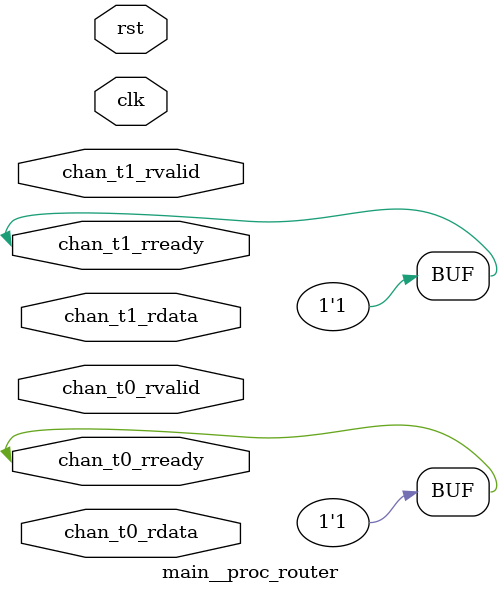
<source format=sv>
module main(
  input clk,
        rst
);

  wire [31:0] chan_t0_wdata;
  wire        chan_t0_wvalid;
  wire        chan_t0_wready;
  wire [31:0] chan_t0_rdata;
  wire        chan_t0_rvalid;
  wire        chan_t0_rready;
  wire [31:0] chan_t1_wdata;
  wire        chan_t1_wvalid;
  wire        chan_t1_wready;
  wire [31:0] chan_t1_rdata;
  wire        chan_t1_rvalid;
  wire        chan_t1_rready;
  wire [31:0] chan_t2_wdata;
  wire        chan_t2_wvalid;
  wire        chan_t2_wready;
  wire [31:0] chan_t2_rdata;
  wire        chan_t2_rvalid;
  wire        chan_t2_rready;
  wire [31:0] chan_t3_wdata;
  wire        chan_t3_wvalid;
  wire        chan_t3_wready;
  wire [31:0] chan_t3_rdata;
  wire        chan_t3_rvalid;
  wire        chan_t3_rready;
  wire        chan_t4_wdata;
  wire        chan_t4_wvalid;
  wire        chan_t4_wready;
  wire        chan_t4_rdata;
  wire        chan_t4_rvalid;
  wire        chan_t4_rready;
  mygo_fifo_i32_d1 t0_fifo (
    .clk       (clk),
    .rst       (rst),
    .in_data   (chan_t0_wdata),
    .in_valid  (chan_t0_wvalid),
    .in_ready  (chan_t0_wready),
    .out_data  (chan_t0_rdata),
    .out_valid (chan_t0_rvalid),
    .out_ready (chan_t0_rready)
  );
  mygo_fifo_i32_d1 t1_fifo (
    .clk       (clk),
    .rst       (rst),
    .in_data   (chan_t1_wdata),
    .in_valid  (chan_t1_wvalid),
    .in_ready  (chan_t1_wready),
    .out_data  (chan_t1_rdata),
    .out_valid (chan_t1_rvalid),
    .out_ready (chan_t1_rready)
  );
  mygo_fifo_i32_d1 t2_fifo (
    .clk       (clk),
    .rst       (rst),
    .in_data   (chan_t2_wdata),
    .in_valid  (chan_t2_wvalid),
    .in_ready  (chan_t2_wready),
    .out_data  (chan_t2_rdata),
    .out_valid (chan_t2_rvalid),
    .out_ready (chan_t2_rready)
  );
  mygo_fifo_i32_d1 t3_fifo (
    .clk       (clk),
    .rst       (rst),
    .in_data   (chan_t3_wdata),
    .in_valid  (chan_t3_wvalid),
    .in_ready  (chan_t3_wready),
    .out_data  (chan_t3_rdata),
    .out_valid (chan_t3_rvalid),
    .out_ready (chan_t3_rready)
  );
  mygo_fifo_i1_d2 t4_fifo (
    .clk       (clk),
    .rst       (rst),
    .in_data   (chan_t4_wdata),
    .in_valid  (chan_t4_wvalid),
    .in_ready  (chan_t4_wready),
    .out_data  (chan_t4_rdata),
    .out_valid (chan_t4_rvalid),
    .out_ready (chan_t4_rready)
  );
  reg  [2:0]  state_reg15;
  initial
    state_reg15 = 3'h0;
  reg  [31:0] phi_reg17;
  always @(posedge clk)
    $fwrite(32'h80000001, "router complete packets=%d\n", 32'h4);
  assign chan_t4_rready = 1'h1;
  always @(posedge clk) begin
    case (state_reg15)
      3'b000: begin
        state_reg15 <= 3'h1;
        phi_reg17 <= 32'h0;
      end
      3'b001: begin
        if ($signed(phi_reg17) < 32'sh2)
          state_reg15 <= 3'h3;
        else
          state_reg15 <= 3'h2;
      end
      3'b010:
        state_reg15 <= 3'h4;
      3'b011: begin
        state_reg15 <= 3'h1;
        phi_reg17 <= phi_reg17 + 32'h1;
      end
      3'b100:
        state_reg15 <= state_reg15;
      default:
        state_reg15 <= state_reg15;
    endcase
  end // always @(posedge)
  main__proc_consumer consumer_inst0 (
    .clk            (clk),
    .rst            (rst),
    .chan_t2_rdata  (chan_t2_rdata),
    .chan_t2_rvalid (chan_t2_rvalid),
    .chan_t2_rready (chan_t2_rready),
    .chan_t4_wdata  (chan_t4_wdata),
    .chan_t4_wvalid (chan_t4_wvalid),
    .chan_t4_wready (chan_t4_wready)
  );
  main__proc_producer producer_inst1 (
    .clk            (clk),
    .rst            (rst),
    .chan_t0_wdata  (chan_t0_wdata),
    .chan_t0_wvalid (chan_t0_wvalid),
    .chan_t0_wready (chan_t0_wready)
  );
  main__proc_router router_inst2 (
    .clk            (clk),
    .rst            (rst),
    .chan_t0_rdata  (chan_t0_rdata),
    .chan_t0_rvalid (chan_t0_rvalid),
    .chan_t0_rready (chan_t0_rready),
    .chan_t1_rdata  (chan_t1_rdata),
    .chan_t1_rvalid (chan_t1_rvalid),
    .chan_t1_rready (chan_t1_rready)
  );
endmodule

module main__proc_consumer(
  input        clk,
               rst,
  inout [31:0] chan_t2_rdata,
  inout        chan_t2_rvalid,
               chan_t2_rready,
               chan_t4_wdata,
               chan_t4_wvalid,
               chan_t4_wready
);

  reg [2:0]  state_reg15;
  initial
    state_reg15 = 3'h0;
  reg [31:0] phi_reg17;
  assign chan_t4_wdata = 1'h1;
  assign chan_t4_wvalid = 1'h1;
  assign chan_t2_rready = 1'h1;
  always @(posedge clk)
    $fwrite(32'h80000001, "consumer %d got src=%d dest=%d payload=%d\n", 32'h0,
            chan_t2_rdata >> 32'h18 & 32'hFF, chan_t2_rdata >> 32'h10 & 32'hFF,
            chan_t2_rdata & 32'hFFFF);
  always @(posedge clk) begin
    case (state_reg15)
      3'b000: begin
        state_reg15 <= 3'h1;
        phi_reg17 <= 32'h0;
      end
      3'b001: begin
        if (phi_reg17 < 32'h4)
          state_reg15 <= 3'h3;
        else
          state_reg15 <= 3'h2;
      end
      3'b010:
        state_reg15 <= 3'h4;
      3'b011: begin
        state_reg15 <= 3'h1;
        phi_reg17 <= phi_reg17 + 32'h1;
      end
      3'b100:
        state_reg15 <= state_reg15;
      default:
        state_reg15 <= state_reg15;
    endcase
  end // always @(posedge)
endmodule

module main__proc_producer(
  input        clk,
               rst,
  inout [31:0] chan_t0_wdata,
  inout        chan_t0_wvalid,
               chan_t0_wready
);

  reg  [2:0]  state_reg15;
  initial
    state_reg15 = 3'h0;
  reg  [31:0] phi_reg17;
  wire [31:0] _GEN = 32'h0 + phi_reg17 & 32'h1;
  wire [31:0] _GEN_0 = 32'h0 * 32'hA + phi_reg17;
  assign chan_t0_wdata = 32'h0 << 32'h18 | _GEN << 32'h10 | _GEN_0 & 32'hFFFF;
  assign chan_t0_wvalid = 1'h1;
  always @(posedge clk)
    $fwrite(32'h80000001, "producer %d sent dest=%d payload=%d\n", 32'h0, _GEN, _GEN_0);
  always @(posedge clk) begin
    case (state_reg15)
      3'b000: begin
        state_reg15 <= 3'h1;
        phi_reg17 <= 32'h0;
      end
      3'b001: begin
        if (phi_reg17 < 32'h4)
          state_reg15 <= 3'h3;
        else
          state_reg15 <= 3'h2;
      end
      3'b010:
        state_reg15 <= 3'h4;
      3'b011: begin
        state_reg15 <= 3'h1;
        phi_reg17 <= phi_reg17 + 32'h1;
      end
      3'b100:
        state_reg15 <= state_reg15;
      default:
        state_reg15 <= state_reg15;
    endcase
  end // always @(posedge)
endmodule

module main__proc_router(
  input        clk,
               rst,
  inout [31:0] chan_t0_rdata,
  inout        chan_t0_rvalid,
               chan_t0_rready,
  inout [31:0] chan_t1_rdata,
  inout        chan_t1_rvalid,
               chan_t1_rready
);

  reg [2:0]  state_reg8;
  initial
    state_reg8 = 3'h0;
  reg [31:0] phi_reg10;
  assign chan_t0_rready = 1'h1;
  assign chan_t1_rready = 1'h1;
  always @(posedge clk) begin
    case (state_reg8)
      3'b000: begin
        state_reg8 <= 3'h1;
        phi_reg10 <= 32'h0;
      end
      3'b001: begin
        if (phi_reg10 < 32'h4)
          state_reg8 <= 3'h3;
        else
          state_reg8 <= 3'h2;
      end
      3'b010:
        state_reg8 <= 3'h4;
      3'b011: begin
        state_reg8 <= 3'h1;
        phi_reg10 <= phi_reg10 + 32'h1;
      end
      3'b100:
        state_reg8 <= state_reg8;
      default:
        state_reg8 <= state_reg8;
    endcase
  end // always @(posedge)
endmodule


</source>
